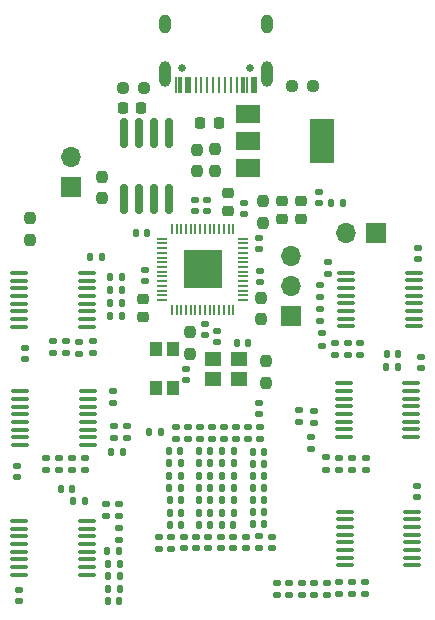
<source format=gbr>
%TF.GenerationSoftware,KiCad,Pcbnew,(6.0.11)*%
%TF.CreationDate,2024-06-23T02:22:26-05:00*%
%TF.ProjectId,BizBopWhingWhang,42697a42-6f70-4576-9869-6e675768616e,rev?*%
%TF.SameCoordinates,Original*%
%TF.FileFunction,Soldermask,Top*%
%TF.FilePolarity,Negative*%
%FSLAX46Y46*%
G04 Gerber Fmt 4.6, Leading zero omitted, Abs format (unit mm)*
G04 Created by KiCad (PCBNEW (6.0.11)) date 2024-06-23 02:22:26*
%MOMM*%
%LPD*%
G01*
G04 APERTURE LIST*
G04 Aperture macros list*
%AMRoundRect*
0 Rectangle with rounded corners*
0 $1 Rounding radius*
0 $2 $3 $4 $5 $6 $7 $8 $9 X,Y pos of 4 corners*
0 Add a 4 corners polygon primitive as box body*
4,1,4,$2,$3,$4,$5,$6,$7,$8,$9,$2,$3,0*
0 Add four circle primitives for the rounded corners*
1,1,$1+$1,$2,$3*
1,1,$1+$1,$4,$5*
1,1,$1+$1,$6,$7*
1,1,$1+$1,$8,$9*
0 Add four rect primitives between the rounded corners*
20,1,$1+$1,$2,$3,$4,$5,0*
20,1,$1+$1,$4,$5,$6,$7,0*
20,1,$1+$1,$6,$7,$8,$9,0*
20,1,$1+$1,$8,$9,$2,$3,0*%
G04 Aperture macros list end*
%ADD10RoundRect,0.100000X0.637500X0.100000X-0.637500X0.100000X-0.637500X-0.100000X0.637500X-0.100000X0*%
%ADD11RoundRect,0.135000X-0.185000X0.135000X-0.185000X-0.135000X0.185000X-0.135000X0.185000X0.135000X0*%
%ADD12R,1.400000X1.200000*%
%ADD13RoundRect,0.140000X0.170000X-0.140000X0.170000X0.140000X-0.170000X0.140000X-0.170000X-0.140000X0*%
%ADD14RoundRect,0.147500X-0.147500X-0.172500X0.147500X-0.172500X0.147500X0.172500X-0.147500X0.172500X0*%
%ADD15RoundRect,0.147500X-0.172500X0.147500X-0.172500X-0.147500X0.172500X-0.147500X0.172500X0.147500X0*%
%ADD16RoundRect,0.147500X0.147500X0.172500X-0.147500X0.172500X-0.147500X-0.172500X0.147500X-0.172500X0*%
%ADD17RoundRect,0.147500X0.172500X-0.147500X0.172500X0.147500X-0.172500X0.147500X-0.172500X-0.147500X0*%
%ADD18RoundRect,0.100000X-0.637500X-0.100000X0.637500X-0.100000X0.637500X0.100000X-0.637500X0.100000X0*%
%ADD19R,1.000000X1.200000*%
%ADD20RoundRect,0.135000X-0.135000X-0.185000X0.135000X-0.185000X0.135000X0.185000X-0.135000X0.185000X0*%
%ADD21RoundRect,0.237500X0.237500X-0.250000X0.237500X0.250000X-0.237500X0.250000X-0.237500X-0.250000X0*%
%ADD22RoundRect,0.140000X0.140000X0.170000X-0.140000X0.170000X-0.140000X-0.170000X0.140000X-0.170000X0*%
%ADD23RoundRect,0.225000X0.225000X0.250000X-0.225000X0.250000X-0.225000X-0.250000X0.225000X-0.250000X0*%
%ADD24RoundRect,0.135000X0.185000X-0.135000X0.185000X0.135000X-0.185000X0.135000X-0.185000X-0.135000X0*%
%ADD25RoundRect,0.225000X0.250000X-0.225000X0.250000X0.225000X-0.250000X0.225000X-0.250000X-0.225000X0*%
%ADD26RoundRect,0.135000X0.135000X0.185000X-0.135000X0.185000X-0.135000X-0.185000X0.135000X-0.185000X0*%
%ADD27R,2.000000X1.500000*%
%ADD28R,2.000000X3.800000*%
%ADD29RoundRect,0.237500X0.250000X0.237500X-0.250000X0.237500X-0.250000X-0.237500X0.250000X-0.237500X0*%
%ADD30R,1.700000X1.700000*%
%ADD31O,1.700000X1.700000*%
%ADD32RoundRect,0.225000X-0.250000X0.225000X-0.250000X-0.225000X0.250000X-0.225000X0.250000X0.225000X0*%
%ADD33RoundRect,0.140000X-0.170000X0.140000X-0.170000X-0.140000X0.170000X-0.140000X0.170000X0.140000X0*%
%ADD34RoundRect,0.237500X-0.237500X0.250000X-0.237500X-0.250000X0.237500X-0.250000X0.237500X0.250000X0*%
%ADD35RoundRect,0.225000X-0.225000X-0.250000X0.225000X-0.250000X0.225000X0.250000X-0.225000X0.250000X0*%
%ADD36RoundRect,0.150000X0.150000X-1.125000X0.150000X1.125000X-0.150000X1.125000X-0.150000X-1.125000X0*%
%ADD37RoundRect,0.050000X-0.387500X-0.050000X0.387500X-0.050000X0.387500X0.050000X-0.387500X0.050000X0*%
%ADD38RoundRect,0.050000X-0.050000X-0.387500X0.050000X-0.387500X0.050000X0.387500X-0.050000X0.387500X0*%
%ADD39R,3.200000X3.200000*%
%ADD40RoundRect,0.140000X-0.140000X-0.170000X0.140000X-0.170000X0.140000X0.170000X-0.140000X0.170000X0*%
%ADD41C,0.670000*%
%ADD42R,0.250000X1.450000*%
%ADD43R,0.300000X1.450000*%
%ADD44RoundRect,0.500000X0.000000X0.300000X0.000000X0.300000X0.000000X-0.300000X0.000000X-0.300000X0*%
%ADD45RoundRect,0.500000X0.000000X0.600000X0.000000X0.600000X0.000000X-0.600000X0.000000X-0.600000X0*%
G04 APERTURE END LIST*
D10*
%TO.C,U5*%
X138862500Y-110275000D03*
X138862500Y-109625000D03*
X138862500Y-108975000D03*
X138862500Y-108325000D03*
X138862500Y-107675000D03*
X138862500Y-107025000D03*
X138862500Y-106375000D03*
X138862500Y-105725000D03*
X133137500Y-105725000D03*
X133137500Y-106375000D03*
X133137500Y-107025000D03*
X133137500Y-107675000D03*
X133137500Y-108325000D03*
X133137500Y-108975000D03*
X133137500Y-109625000D03*
X133137500Y-110275000D03*
%TD*%
D11*
%TO.C,R20*%
X138684000Y-121410000D03*
X138684000Y-122430000D03*
%TD*%
%TO.C,R44*%
X158625000Y-108740000D03*
X158625000Y-109760000D03*
%TD*%
D12*
%TO.C,Y1*%
X149520000Y-114730000D03*
X151720000Y-114730000D03*
X151720000Y-113030000D03*
X149520000Y-113030000D03*
%TD*%
D13*
%TO.C,C13*%
X143810000Y-106390000D03*
X143810000Y-105430000D03*
%TD*%
D14*
%TO.C,D11*%
X145885000Y-126000000D03*
X146855000Y-126000000D03*
%TD*%
D15*
%TO.C,D7*%
X152540000Y-118768000D03*
X152540000Y-119738000D03*
%TD*%
D16*
%TO.C,D48*%
X151285000Y-127020000D03*
X150315000Y-127020000D03*
%TD*%
D14*
%TO.C,D21*%
X148345000Y-123930000D03*
X149315000Y-123930000D03*
%TD*%
D17*
%TO.C,D28*%
X150220000Y-129045000D03*
X150220000Y-128075000D03*
%TD*%
D15*
%TO.C,D3*%
X148463000Y-118768000D03*
X148463000Y-119738000D03*
%TD*%
D18*
%TO.C,U11*%
X160612500Y-115067500D03*
X160612500Y-115717500D03*
X160612500Y-116367500D03*
X160612500Y-117017500D03*
X160612500Y-117667500D03*
X160612500Y-118317500D03*
X160612500Y-118967500D03*
X160612500Y-119617500D03*
X166337500Y-119617500D03*
X166337500Y-118967500D03*
X166337500Y-118317500D03*
X166337500Y-117667500D03*
X166337500Y-117017500D03*
X166337500Y-116367500D03*
X166337500Y-115717500D03*
X166337500Y-115067500D03*
%TD*%
D19*
%TO.C,D49*%
X146140000Y-115480000D03*
X144740000Y-115480000D03*
X146140000Y-112180000D03*
X144740000Y-112180000D03*
%TD*%
D10*
%TO.C,U6*%
X138952500Y-120285000D03*
X138952500Y-119635000D03*
X138952500Y-118985000D03*
X138952500Y-118335000D03*
X138952500Y-117685000D03*
X138952500Y-117035000D03*
X138952500Y-116385000D03*
X138952500Y-115735000D03*
X133227500Y-115735000D03*
X133227500Y-116385000D03*
X133227500Y-117035000D03*
X133227500Y-117685000D03*
X133227500Y-118335000D03*
X133227500Y-118985000D03*
X133227500Y-119635000D03*
X133227500Y-120285000D03*
%TD*%
D20*
%TO.C,R25*%
X140630000Y-132440000D03*
X141650000Y-132440000D03*
%TD*%
D11*
%TO.C,R50*%
X156800000Y-117340000D03*
X156800000Y-118360000D03*
%TD*%
D16*
%TO.C,D37*%
X153901000Y-123952000D03*
X152931000Y-123952000D03*
%TD*%
D13*
%TO.C,C20*%
X166850000Y-124705000D03*
X166850000Y-123745000D03*
%TD*%
D16*
%TO.C,D17*%
X141615000Y-133530000D03*
X140645000Y-133530000D03*
%TD*%
D11*
%TO.C,R53*%
X159125000Y-121340000D03*
X159125000Y-122360000D03*
%TD*%
D21*
%TO.C,R9*%
X140150000Y-99400000D03*
X140150000Y-97575000D03*
%TD*%
D22*
%TO.C,C27*%
X145130000Y-119220000D03*
X144170000Y-119220000D03*
%TD*%
D23*
%TO.C,C12*%
X150025000Y-93000000D03*
X148475000Y-93000000D03*
%TD*%
D15*
%TO.C,D2*%
X147447000Y-118768000D03*
X147447000Y-119738000D03*
%TD*%
D24*
%TO.C,R29*%
X141590000Y-128290000D03*
X141590000Y-127270000D03*
%TD*%
D11*
%TO.C,R12*%
X139375000Y-111515000D03*
X139375000Y-112535000D03*
%TD*%
D14*
%TO.C,D18*%
X148335000Y-127020000D03*
X149305000Y-127020000D03*
%TD*%
%TO.C,D41*%
X164265000Y-112600000D03*
X165235000Y-112600000D03*
%TD*%
D21*
%TO.C,R58*%
X154050000Y-115012500D03*
X154050000Y-113187500D03*
%TD*%
D17*
%TO.C,D25*%
X153416000Y-128986000D03*
X153416000Y-128016000D03*
%TD*%
D15*
%TO.C,D8*%
X153570000Y-118785000D03*
X153570000Y-119755000D03*
%TD*%
D11*
%TO.C,R23*%
X142240000Y-118680000D03*
X142240000Y-119700000D03*
%TD*%
D21*
%TO.C,R3*%
X149750000Y-97082500D03*
X149750000Y-95257500D03*
%TD*%
D13*
%TO.C,C1*%
X149080000Y-100490000D03*
X149080000Y-99530000D03*
%TD*%
D11*
%TO.C,R35*%
X157080000Y-131950000D03*
X157080000Y-132970000D03*
%TD*%
D13*
%TO.C,C26*%
X167150000Y-113780000D03*
X167150000Y-112820000D03*
%TD*%
D25*
%TO.C,C10*%
X150830000Y-100495000D03*
X150830000Y-98945000D03*
%TD*%
D14*
%TO.C,D15*%
X145855000Y-121830000D03*
X146825000Y-121830000D03*
%TD*%
D15*
%TO.C,D6*%
X151511000Y-118768000D03*
X151511000Y-119738000D03*
%TD*%
D26*
%TO.C,R41*%
X160560000Y-99780000D03*
X159540000Y-99780000D03*
%TD*%
D11*
%TO.C,R39*%
X161360000Y-131910000D03*
X161360000Y-132930000D03*
%TD*%
D21*
%TO.C,R6*%
X153590000Y-109642500D03*
X153590000Y-107817500D03*
%TD*%
D24*
%TO.C,R31*%
X140460000Y-126280000D03*
X140460000Y-125260000D03*
%TD*%
D15*
%TO.C,D5*%
X150495000Y-118768000D03*
X150495000Y-119738000D03*
%TD*%
D16*
%TO.C,D46*%
X151315000Y-124960000D03*
X150345000Y-124960000D03*
%TD*%
%TO.C,D44*%
X151295000Y-122890000D03*
X150325000Y-122890000D03*
%TD*%
D14*
%TO.C,D10*%
X145885000Y-127020000D03*
X146855000Y-127020000D03*
%TD*%
%TO.C,D16*%
X145832500Y-120790000D03*
X146802500Y-120790000D03*
%TD*%
D11*
%TO.C,R55*%
X161325000Y-121365000D03*
X161325000Y-122385000D03*
%TD*%
D16*
%TO.C,D35*%
X153901000Y-121920000D03*
X152931000Y-121920000D03*
%TD*%
D27*
%TO.C,U1*%
X152510000Y-92250000D03*
X152510000Y-94550000D03*
D28*
X158810000Y-94550000D03*
D27*
X152510000Y-96850000D03*
%TD*%
D29*
%TO.C,R2*%
X158042500Y-89930000D03*
X156217500Y-89930000D03*
%TD*%
D30*
%TO.C,J3*%
X156200000Y-109380000D03*
D31*
X156200000Y-106840000D03*
X156200000Y-104300000D03*
%TD*%
D18*
%TO.C,U12*%
X160837500Y-105700000D03*
X160837500Y-106350000D03*
X160837500Y-107000000D03*
X160837500Y-107650000D03*
X160837500Y-108300000D03*
X160837500Y-108950000D03*
X160837500Y-109600000D03*
X160837500Y-110250000D03*
X166562500Y-110250000D03*
X166562500Y-109600000D03*
X166562500Y-108950000D03*
X166562500Y-108300000D03*
X166562500Y-107650000D03*
X166562500Y-107000000D03*
X166562500Y-106350000D03*
X166562500Y-105700000D03*
%TD*%
D16*
%TO.C,D39*%
X153901000Y-125984000D03*
X152931000Y-125984000D03*
%TD*%
D32*
%TO.C,C4*%
X157000000Y-99605000D03*
X157000000Y-101155000D03*
%TD*%
D11*
%TO.C,R48*%
X162000000Y-111615000D03*
X162000000Y-112635000D03*
%TD*%
D33*
%TO.C,C19*%
X133650000Y-112070000D03*
X133650000Y-113030000D03*
%TD*%
D16*
%TO.C,D34*%
X153901000Y-120904000D03*
X152931000Y-120904000D03*
%TD*%
D20*
%TO.C,R26*%
X140640000Y-131380000D03*
X141660000Y-131380000D03*
%TD*%
D11*
%TO.C,R52*%
X158125000Y-117365000D03*
X158125000Y-118385000D03*
%TD*%
%TO.C,R11*%
X138200000Y-111540000D03*
X138200000Y-112560000D03*
%TD*%
%TO.C,R1*%
X135975000Y-111515000D03*
X135975000Y-112535000D03*
%TD*%
%TO.C,R10*%
X137100000Y-111515000D03*
X137100000Y-112535000D03*
%TD*%
D14*
%TO.C,D22*%
X148355000Y-122890000D03*
X149325000Y-122890000D03*
%TD*%
D34*
%TO.C,R7*%
X153760000Y-99647500D03*
X153760000Y-101472500D03*
%TD*%
D20*
%TO.C,R13*%
X140830000Y-109370000D03*
X141850000Y-109370000D03*
%TD*%
D33*
%TO.C,C25*%
X154520000Y-128040000D03*
X154520000Y-129000000D03*
%TD*%
D14*
%TO.C,D14*%
X145845000Y-122890000D03*
X146815000Y-122890000D03*
%TD*%
D16*
%TO.C,D42*%
X151315000Y-120770000D03*
X150345000Y-120770000D03*
%TD*%
D20*
%TO.C,R16*%
X140870000Y-106080000D03*
X141890000Y-106080000D03*
%TD*%
D11*
%TO.C,R56*%
X162500000Y-121390000D03*
X162500000Y-122410000D03*
%TD*%
%TO.C,R38*%
X160250000Y-131910000D03*
X160250000Y-132930000D03*
%TD*%
D21*
%TO.C,R5*%
X147590000Y-112562500D03*
X147590000Y-110737500D03*
%TD*%
D11*
%TO.C,R18*%
X136499600Y-121410000D03*
X136499600Y-122430000D03*
%TD*%
D14*
%TO.C,D19*%
X148365000Y-126000000D03*
X149335000Y-126000000D03*
%TD*%
D20*
%TO.C,R21*%
X140950000Y-120840000D03*
X141970000Y-120840000D03*
%TD*%
D30*
%TO.C,JP1*%
X163390000Y-102370000D03*
D31*
X160850000Y-102370000D03*
%TD*%
D20*
%TO.C,R14*%
X140840000Y-108220000D03*
X141860000Y-108220000D03*
%TD*%
D17*
%TO.C,D26*%
X152350000Y-129005000D03*
X152350000Y-128035000D03*
%TD*%
D34*
%TO.C,R57*%
X134100000Y-101087500D03*
X134100000Y-102912500D03*
%TD*%
D17*
%TO.C,D32*%
X146030000Y-129065000D03*
X146030000Y-128095000D03*
%TD*%
D18*
%TO.C,U10*%
X160697500Y-125925000D03*
X160697500Y-126575000D03*
X160697500Y-127225000D03*
X160697500Y-127875000D03*
X160697500Y-128525000D03*
X160697500Y-129175000D03*
X160697500Y-129825000D03*
X160697500Y-130475000D03*
X166422500Y-130475000D03*
X166422500Y-129825000D03*
X166422500Y-129175000D03*
X166422500Y-128525000D03*
X166422500Y-127875000D03*
X166422500Y-127225000D03*
X166422500Y-126575000D03*
X166422500Y-125925000D03*
%TD*%
D33*
%TO.C,C8*%
X153420000Y-102760000D03*
X153420000Y-103720000D03*
%TD*%
D14*
%TO.C,D23*%
X148359000Y-121830000D03*
X149329000Y-121830000D03*
%TD*%
D33*
%TO.C,C21*%
X144980000Y-128100000D03*
X144980000Y-129060000D03*
%TD*%
D11*
%TO.C,R22*%
X141210000Y-118690000D03*
X141210000Y-119710000D03*
%TD*%
%TO.C,R37*%
X159180000Y-131960000D03*
X159180000Y-132980000D03*
%TD*%
D35*
%TO.C,C15*%
X141925000Y-91760000D03*
X143475000Y-91760000D03*
%TD*%
D11*
%TO.C,R36*%
X158130000Y-131930000D03*
X158130000Y-132950000D03*
%TD*%
D32*
%TO.C,C18*%
X155400000Y-99605000D03*
X155400000Y-101155000D03*
%TD*%
D33*
%TO.C,C24*%
X133100000Y-132570000D03*
X133100000Y-133530000D03*
%TD*%
D16*
%TO.C,D40*%
X153901000Y-127000000D03*
X152931000Y-127000000D03*
%TD*%
D36*
%TO.C,U2*%
X142005000Y-99415000D03*
X143275000Y-99415000D03*
X144545000Y-99415000D03*
X145815000Y-99415000D03*
X145815000Y-93865000D03*
X144545000Y-93865000D03*
X143275000Y-93865000D03*
X142005000Y-93865000D03*
%TD*%
D16*
%TO.C,D43*%
X151305000Y-121840000D03*
X150335000Y-121840000D03*
%TD*%
D34*
%TO.C,R4*%
X148170000Y-95267500D03*
X148170000Y-97092500D03*
%TD*%
D11*
%TO.C,R54*%
X160200000Y-121365000D03*
X160200000Y-122385000D03*
%TD*%
D13*
%TO.C,C23*%
X166950000Y-104560000D03*
X166950000Y-103600000D03*
%TD*%
D20*
%TO.C,R27*%
X140630000Y-130360000D03*
X141650000Y-130360000D03*
%TD*%
D13*
%TO.C,C16*%
X147300000Y-114820000D03*
X147300000Y-113860000D03*
%TD*%
D16*
%TO.C,D45*%
X151305000Y-123950000D03*
X150335000Y-123950000D03*
%TD*%
D10*
%TO.C,U7*%
X138862500Y-131275000D03*
X138862500Y-130625000D03*
X138862500Y-129975000D03*
X138862500Y-129325000D03*
X138862500Y-128675000D03*
X138862500Y-128025000D03*
X138862500Y-127375000D03*
X138862500Y-126725000D03*
X133137500Y-126725000D03*
X133137500Y-127375000D03*
X133137500Y-128025000D03*
X133137500Y-128675000D03*
X133137500Y-129325000D03*
X133137500Y-129975000D03*
X133137500Y-130625000D03*
X133137500Y-131275000D03*
%TD*%
D37*
%TO.C,U3*%
X145232500Y-102810000D03*
X145232500Y-103210000D03*
X145232500Y-103610000D03*
X145232500Y-104010000D03*
X145232500Y-104410000D03*
X145232500Y-104810000D03*
X145232500Y-105210000D03*
X145232500Y-105610000D03*
X145232500Y-106010000D03*
X145232500Y-106410000D03*
X145232500Y-106810000D03*
X145232500Y-107210000D03*
X145232500Y-107610000D03*
X145232500Y-108010000D03*
D38*
X146070000Y-108847500D03*
X146470000Y-108847500D03*
X146870000Y-108847500D03*
X147270000Y-108847500D03*
X147670000Y-108847500D03*
X148070000Y-108847500D03*
X148470000Y-108847500D03*
X148870000Y-108847500D03*
X149270000Y-108847500D03*
X149670000Y-108847500D03*
X150070000Y-108847500D03*
X150470000Y-108847500D03*
X150870000Y-108847500D03*
X151270000Y-108847500D03*
D37*
X152107500Y-108010000D03*
X152107500Y-107610000D03*
X152107500Y-107210000D03*
X152107500Y-106810000D03*
X152107500Y-106410000D03*
X152107500Y-106010000D03*
X152107500Y-105610000D03*
X152107500Y-105210000D03*
X152107500Y-104810000D03*
X152107500Y-104410000D03*
X152107500Y-104010000D03*
X152107500Y-103610000D03*
X152107500Y-103210000D03*
X152107500Y-102810000D03*
D38*
X151270000Y-101972500D03*
X150870000Y-101972500D03*
X150470000Y-101972500D03*
X150070000Y-101972500D03*
X149670000Y-101972500D03*
X149270000Y-101972500D03*
X148870000Y-101972500D03*
X148470000Y-101972500D03*
X148070000Y-101972500D03*
X147670000Y-101972500D03*
X147270000Y-101972500D03*
X146870000Y-101972500D03*
X146470000Y-101972500D03*
X146070000Y-101972500D03*
D39*
X148670000Y-105410000D03*
%TD*%
D15*
%TO.C,D1*%
X146431000Y-118768000D03*
X146431000Y-119738000D03*
%TD*%
D20*
%TO.C,R15*%
X140840000Y-107160000D03*
X141860000Y-107160000D03*
%TD*%
D11*
%TO.C,R34*%
X156010000Y-131960000D03*
X156010000Y-132980000D03*
%TD*%
D14*
%TO.C,D24*%
X148359000Y-120770000D03*
X149329000Y-120770000D03*
%TD*%
D22*
%TO.C,C2*%
X143990000Y-102350000D03*
X143030000Y-102350000D03*
%TD*%
D11*
%TO.C,R45*%
X158825000Y-110840000D03*
X158825000Y-111860000D03*
%TD*%
%TO.C,R46*%
X159900000Y-111615000D03*
X159900000Y-112635000D03*
%TD*%
D15*
%TO.C,D4*%
X149479000Y-118768000D03*
X149479000Y-119738000D03*
%TD*%
D14*
%TO.C,D20*%
X148355000Y-124960000D03*
X149325000Y-124960000D03*
%TD*%
D40*
%TO.C,C14*%
X139170000Y-104350000D03*
X140130000Y-104350000D03*
%TD*%
D24*
%TO.C,R30*%
X141630000Y-126310000D03*
X141630000Y-125290000D03*
%TD*%
D14*
%TO.C,D12*%
X145882500Y-124980000D03*
X146852500Y-124980000D03*
%TD*%
D30*
%TO.C,JP2*%
X137500000Y-98425000D03*
D31*
X137500000Y-95885000D03*
%TD*%
D41*
%TO.C,J1*%
X152730000Y-88322500D03*
X146930000Y-88322500D03*
D42*
X153205000Y-89772500D03*
X152405000Y-89772500D03*
X151080000Y-89772500D03*
X150080000Y-89772500D03*
X149580000Y-89772500D03*
X148580000Y-89772500D03*
X147255000Y-89772500D03*
X146455000Y-89772500D03*
D43*
X146730000Y-89772500D03*
X147530000Y-89772500D03*
D42*
X148080000Y-89772500D03*
X149080000Y-89772500D03*
X150580000Y-89772500D03*
X151580000Y-89772500D03*
D43*
X152130000Y-89772500D03*
X152930000Y-89772500D03*
D44*
X145510000Y-84672500D03*
X154150000Y-84672500D03*
D45*
X145510000Y-88852500D03*
X154150000Y-88852500D03*
%TD*%
D13*
%TO.C,C3*%
X148050000Y-100470000D03*
X148050000Y-99510000D03*
%TD*%
D29*
%TO.C,R8*%
X143752500Y-90030000D03*
X141927500Y-90030000D03*
%TD*%
D16*
%TO.C,D38*%
X153901000Y-124968000D03*
X152931000Y-124968000D03*
%TD*%
D33*
%TO.C,C9*%
X148850000Y-110040000D03*
X148850000Y-111000000D03*
%TD*%
D11*
%TO.C,R24*%
X141070000Y-115680000D03*
X141070000Y-116700000D03*
%TD*%
%TO.C,R17*%
X135382000Y-121410000D03*
X135382000Y-122430000D03*
%TD*%
D17*
%TO.C,D29*%
X149150000Y-129045000D03*
X149150000Y-128075000D03*
%TD*%
D11*
%TO.C,R43*%
X158600000Y-106715000D03*
X158600000Y-107735000D03*
%TD*%
D17*
%TO.C,D30*%
X148110000Y-129045000D03*
X148110000Y-128075000D03*
%TD*%
D11*
%TO.C,R51*%
X157850000Y-119640000D03*
X157850000Y-120660000D03*
%TD*%
D25*
%TO.C,C5*%
X143600000Y-109455000D03*
X143600000Y-107905000D03*
%TD*%
D16*
%TO.C,D9*%
X137627500Y-124040000D03*
X136657500Y-124040000D03*
%TD*%
D17*
%TO.C,D27*%
X151290000Y-129025000D03*
X151290000Y-128055000D03*
%TD*%
D20*
%TO.C,R28*%
X140610000Y-129280000D03*
X141630000Y-129280000D03*
%TD*%
D13*
%TO.C,C28*%
X153470000Y-117700000D03*
X153470000Y-116740000D03*
%TD*%
D11*
%TO.C,R47*%
X160950000Y-111615000D03*
X160950000Y-112635000D03*
%TD*%
D33*
%TO.C,C22*%
X132925000Y-122070000D03*
X132925000Y-123030000D03*
%TD*%
D11*
%TO.C,R40*%
X162460000Y-131900000D03*
X162460000Y-132920000D03*
%TD*%
D20*
%TO.C,R32*%
X137690000Y-125060000D03*
X138710000Y-125060000D03*
%TD*%
D26*
%TO.C,R49*%
X165260000Y-113690000D03*
X164240000Y-113690000D03*
%TD*%
D17*
%TO.C,D31*%
X147070000Y-129045000D03*
X147070000Y-128075000D03*
%TD*%
D16*
%TO.C,D36*%
X153901000Y-122936000D03*
X152931000Y-122936000D03*
%TD*%
D13*
%TO.C,C11*%
X153500000Y-106510000D03*
X153500000Y-105550000D03*
%TD*%
D17*
%TO.C,D33*%
X158496000Y-99822000D03*
X158496000Y-98852000D03*
%TD*%
D22*
%TO.C,C17*%
X152520000Y-111620000D03*
X151560000Y-111620000D03*
%TD*%
D11*
%TO.C,R33*%
X154940000Y-131940000D03*
X154940000Y-132960000D03*
%TD*%
%TO.C,R42*%
X159260000Y-104780000D03*
X159260000Y-105800000D03*
%TD*%
%TO.C,R19*%
X137617200Y-121410000D03*
X137617200Y-122430000D03*
%TD*%
D14*
%TO.C,D13*%
X145855000Y-123950000D03*
X146825000Y-123950000D03*
%TD*%
D33*
%TO.C,C7*%
X149900000Y-110620000D03*
X149900000Y-111580000D03*
%TD*%
D13*
%TO.C,C6*%
X152140000Y-100730000D03*
X152140000Y-99770000D03*
%TD*%
D16*
%TO.C,D47*%
X151295000Y-126000000D03*
X150325000Y-126000000D03*
%TD*%
M02*

</source>
